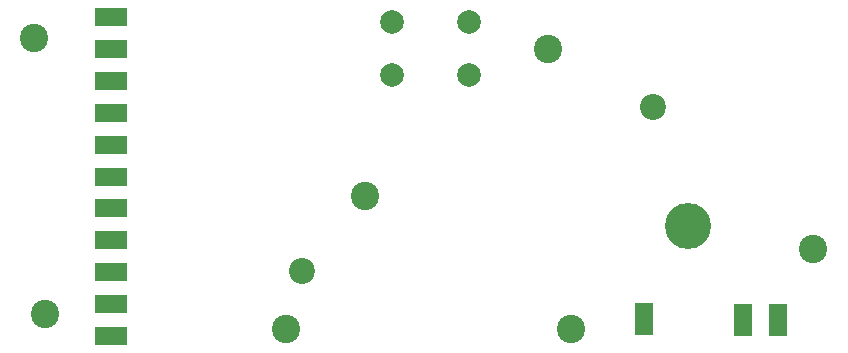
<source format=gbr>
%TF.GenerationSoftware,KiCad,Pcbnew,(6.0.0)*%
%TF.CreationDate,2023-01-08T12:04:33-05:00*%
%TF.ProjectId,gba_slab_sp_remix_button_pcb,6762615f-736c-4616-925f-73705f72656d,1.1*%
%TF.SameCoordinates,Original*%
%TF.FileFunction,Soldermask,Bot*%
%TF.FilePolarity,Negative*%
%FSLAX46Y46*%
G04 Gerber Fmt 4.6, Leading zero omitted, Abs format (unit mm)*
G04 Created by KiCad (PCBNEW (6.0.0)) date 2023-01-08 12:04:33*
%MOMM*%
%LPD*%
G01*
G04 APERTURE LIST*
%ADD10C,2.400000*%
%ADD11C,2.200000*%
%ADD12C,3.900000*%
%ADD13C,2.000000*%
%ADD14R,2.700000X1.500000*%
%ADD15R,1.500000X2.700000*%
G04 APERTURE END LIST*
D10*
%TO.C,REF\u002A\u002A*%
X125842809Y-87762139D03*
%TD*%
D11*
%TO.C,REF\u002A\u002A*%
X112242898Y-75783528D03*
%TD*%
D10*
%TO.C,REF\u002A\u002A*%
X105290000Y-94520000D03*
%TD*%
D12*
%TO.C,REF\u002A\u002A*%
X115214962Y-85805573D03*
%TD*%
D11*
%TO.C,REF\u002A\u002A*%
X82511587Y-89675815D03*
%TD*%
D10*
%TO.C,REF\u002A\u002A*%
X81190000Y-94520000D03*
%TD*%
%TO.C,REF\u002A\u002A*%
X60763030Y-93295350D03*
%TD*%
%TO.C,REF\u002A\u002A*%
X59877829Y-69942055D03*
%TD*%
%TO.C,*%
X103390007Y-70824186D03*
%TD*%
D13*
%TO.C,BRIGHTNESS BTN*%
X90140007Y-68574186D03*
X96640007Y-68574186D03*
X90140007Y-73074186D03*
X96640007Y-73074186D03*
%TD*%
D10*
%TO.C,REF\u002A\u002A*%
X87890925Y-83342230D03*
%TD*%
D14*
%TO.C,TP1*%
X66342000Y-87043428D03*
%TD*%
%TO.C,TP2*%
X66342000Y-81652000D03*
%TD*%
%TO.C,TP3*%
X66342000Y-84347714D03*
%TD*%
%TO.C,TP4*%
X66342000Y-78956286D03*
%TD*%
%TO.C,TP5*%
X66342000Y-70869144D03*
%TD*%
%TO.C,TP6*%
X66342000Y-68173428D03*
%TD*%
%TO.C,TP7*%
X66342000Y-76260572D03*
%TD*%
%TO.C,TP8*%
X66342000Y-73564858D03*
%TD*%
D15*
%TO.C,TP9*%
X119850000Y-93830000D03*
%TD*%
%TO.C,TP10*%
X122850000Y-93830000D03*
%TD*%
D14*
%TO.C,TP11*%
X66342000Y-95131428D03*
%TD*%
%TO.C,TP12*%
X66342000Y-92435428D03*
%TD*%
%TO.C,TP13*%
X66342000Y-89739428D03*
%TD*%
D15*
%TO.C,BRIGHTNESS *%
X111506000Y-93726000D03*
%TD*%
M02*

</source>
